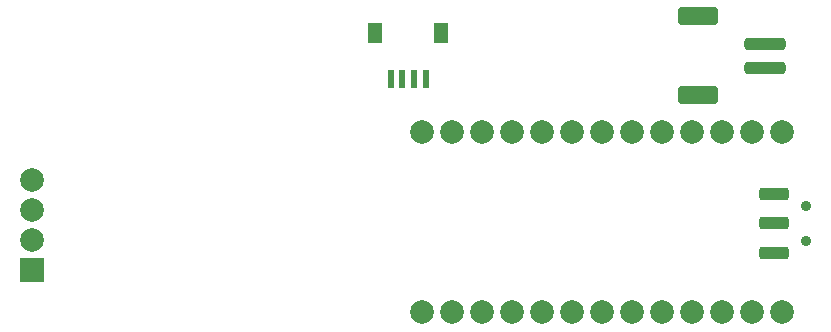
<source format=gbr>
%TF.GenerationSoftware,KiCad,Pcbnew,9.0.0*%
%TF.CreationDate,2025-05-17T10:00:08-07:00*%
%TF.ProjectId,nnv2-toupee,6e6e7632-2d74-46f7-9570-65652e6b6963,rev?*%
%TF.SameCoordinates,Original*%
%TF.FileFunction,Soldermask,Bot*%
%TF.FilePolarity,Negative*%
%FSLAX46Y46*%
G04 Gerber Fmt 4.6, Leading zero omitted, Abs format (unit mm)*
G04 Created by KiCad (PCBNEW 9.0.0) date 2025-05-17 10:00:08*
%MOMM*%
%LPD*%
G01*
G04 APERTURE LIST*
G04 Aperture macros list*
%AMRoundRect*
0 Rectangle with rounded corners*
0 $1 Rounding radius*
0 $2 $3 $4 $5 $6 $7 $8 $9 X,Y pos of 4 corners*
0 Add a 4 corners polygon primitive as box body*
4,1,4,$2,$3,$4,$5,$6,$7,$8,$9,$2,$3,0*
0 Add four circle primitives for the rounded corners*
1,1,$1+$1,$2,$3*
1,1,$1+$1,$4,$5*
1,1,$1+$1,$6,$7*
1,1,$1+$1,$8,$9*
0 Add four rect primitives between the rounded corners*
20,1,$1+$1,$2,$3,$4,$5,0*
20,1,$1+$1,$4,$5,$6,$7,0*
20,1,$1+$1,$6,$7,$8,$9,0*
20,1,$1+$1,$8,$9,$2,$3,0*%
G04 Aperture macros list end*
%ADD10R,2.000000X2.000000*%
%ADD11C,2.000000*%
%ADD12R,0.600000X1.550000*%
%ADD13R,1.200000X1.800000*%
%ADD14C,0.900000*%
%ADD15RoundRect,0.200000X-1.050000X0.300000X-1.050000X-0.300000X1.050000X-0.300000X1.050000X0.300000X0*%
%ADD16RoundRect,0.250000X1.500000X-0.250000X1.500000X0.250000X-1.500000X0.250000X-1.500000X-0.250000X0*%
%ADD17RoundRect,0.250001X1.449999X-0.499999X1.449999X0.499999X-1.449999X0.499999X-1.449999X-0.499999X0*%
G04 APERTURE END LIST*
D10*
%TO.C,J3*%
X145000000Y-90495000D03*
D11*
X145000000Y-87955000D03*
X145000000Y-85415000D03*
X145000000Y-82875000D03*
%TD*%
%TO.C,U1*%
X206010000Y-78809991D03*
X203470000Y-78809991D03*
X200930000Y-78809991D03*
X198390000Y-78809991D03*
X195850000Y-78809991D03*
X193310000Y-78809991D03*
X190770000Y-78809991D03*
X188230000Y-78809991D03*
X185690000Y-78809991D03*
X183150000Y-78809991D03*
X180610000Y-78809991D03*
X178070000Y-78809991D03*
X178070010Y-94050001D03*
X180610010Y-94050001D03*
X183150010Y-94050001D03*
X185690010Y-94050001D03*
X188230010Y-94050001D03*
X190770010Y-94050001D03*
X193310010Y-94050001D03*
X195850010Y-94050001D03*
X198390010Y-94050001D03*
X200930010Y-94050001D03*
X203470010Y-94050001D03*
X206010010Y-94050001D03*
X208550000Y-78809991D03*
X208550010Y-94050001D03*
%TD*%
D12*
%TO.C,J2*%
X175390000Y-74300000D03*
X176390000Y-74300000D03*
X177390000Y-74300000D03*
X178390000Y-74300000D03*
D13*
X174090000Y-70400000D03*
X179690000Y-70400000D03*
%TD*%
D14*
%TO.C,SW1*%
X210600000Y-85020000D03*
X210600000Y-88020000D03*
D15*
X207850000Y-84020000D03*
X207850000Y-86520000D03*
X207850000Y-89020000D03*
%TD*%
D16*
%TO.C,J1*%
X207130000Y-73340000D03*
X207130000Y-71340000D03*
D17*
X201380000Y-75690000D03*
X201380000Y-68990000D03*
%TD*%
M02*

</source>
